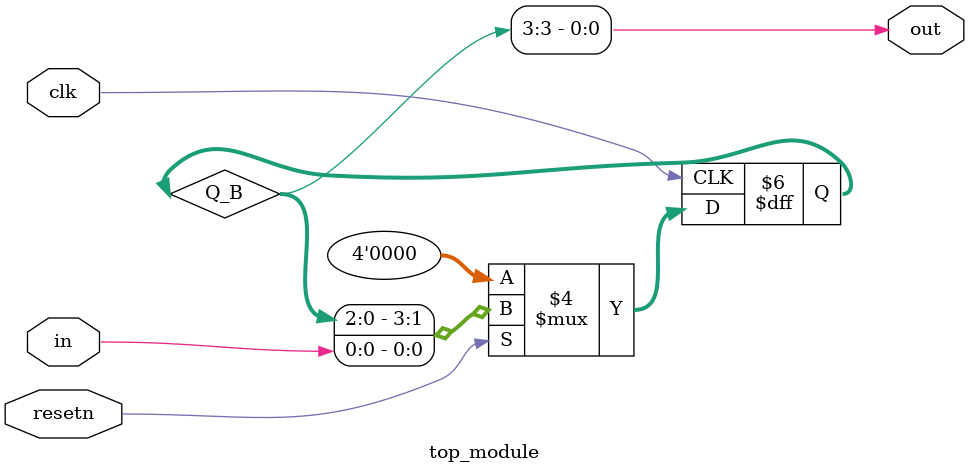
<source format=v>
module top_module (
    input clk,
    input resetn,   // synchronous reset
    input in,
    output out);

    reg [3:0] Q_B;
    
    always @(posedge clk)begin
        if(!resetn)
            Q_B <= 4'h0;
        else
            Q_B <= { Q_B[2:0], in };
    end
    
    assign out = Q_B[3];
    
endmodule

</source>
